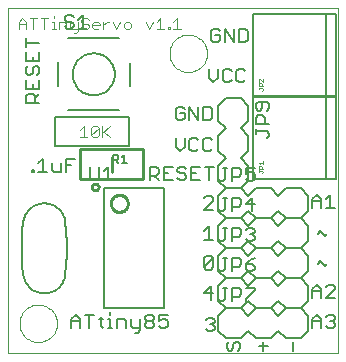
<source format=gto>
G75*
G70*
%OFA0B0*%
%FSLAX24Y24*%
%IPPOS*%
%LPD*%
%AMOC8*
5,1,8,0,0,1.08239X$1,22.5*
%
%ADD10C,0.0000*%
%ADD11C,0.0040*%
%ADD12C,0.0050*%
%ADD13C,0.0100*%
%ADD14C,0.0080*%
%ADD15C,0.0010*%
D10*
X000150Y000841D02*
X000150Y012341D01*
X011150Y012341D01*
X011150Y000841D01*
X000150Y000841D01*
X000525Y001841D02*
X000527Y001891D01*
X000533Y001940D01*
X000543Y001989D01*
X000556Y002036D01*
X000574Y002083D01*
X000595Y002128D01*
X000619Y002171D01*
X000647Y002212D01*
X000678Y002251D01*
X000712Y002287D01*
X000749Y002321D01*
X000789Y002351D01*
X000830Y002378D01*
X000874Y002402D01*
X000919Y002422D01*
X000966Y002438D01*
X001014Y002451D01*
X001063Y002460D01*
X001113Y002465D01*
X001162Y002466D01*
X001212Y002463D01*
X001261Y002456D01*
X001310Y002445D01*
X001357Y002431D01*
X001403Y002412D01*
X001448Y002390D01*
X001491Y002365D01*
X001531Y002336D01*
X001569Y002304D01*
X001605Y002270D01*
X001638Y002232D01*
X001667Y002192D01*
X001693Y002150D01*
X001716Y002106D01*
X001735Y002060D01*
X001751Y002013D01*
X001763Y001964D01*
X001771Y001915D01*
X001775Y001866D01*
X001775Y001816D01*
X001771Y001767D01*
X001763Y001718D01*
X001751Y001669D01*
X001735Y001622D01*
X001716Y001576D01*
X001693Y001532D01*
X001667Y001490D01*
X001638Y001450D01*
X001605Y001412D01*
X001569Y001378D01*
X001531Y001346D01*
X001491Y001317D01*
X001448Y001292D01*
X001403Y001270D01*
X001357Y001251D01*
X001310Y001237D01*
X001261Y001226D01*
X001212Y001219D01*
X001162Y001216D01*
X001113Y001217D01*
X001063Y001222D01*
X001014Y001231D01*
X000966Y001244D01*
X000919Y001260D01*
X000874Y001280D01*
X000830Y001304D01*
X000789Y001331D01*
X000749Y001361D01*
X000712Y001395D01*
X000678Y001431D01*
X000647Y001470D01*
X000619Y001511D01*
X000595Y001554D01*
X000574Y001599D01*
X000556Y001646D01*
X000543Y001693D01*
X000533Y001742D01*
X000527Y001791D01*
X000525Y001841D01*
X005525Y010841D02*
X005527Y010891D01*
X005533Y010940D01*
X005543Y010989D01*
X005556Y011036D01*
X005574Y011083D01*
X005595Y011128D01*
X005619Y011171D01*
X005647Y011212D01*
X005678Y011251D01*
X005712Y011287D01*
X005749Y011321D01*
X005789Y011351D01*
X005830Y011378D01*
X005874Y011402D01*
X005919Y011422D01*
X005966Y011438D01*
X006014Y011451D01*
X006063Y011460D01*
X006113Y011465D01*
X006162Y011466D01*
X006212Y011463D01*
X006261Y011456D01*
X006310Y011445D01*
X006357Y011431D01*
X006403Y011412D01*
X006448Y011390D01*
X006491Y011365D01*
X006531Y011336D01*
X006569Y011304D01*
X006605Y011270D01*
X006638Y011232D01*
X006667Y011192D01*
X006693Y011150D01*
X006716Y011106D01*
X006735Y011060D01*
X006751Y011013D01*
X006763Y010964D01*
X006771Y010915D01*
X006775Y010866D01*
X006775Y010816D01*
X006771Y010767D01*
X006763Y010718D01*
X006751Y010669D01*
X006735Y010622D01*
X006716Y010576D01*
X006693Y010532D01*
X006667Y010490D01*
X006638Y010450D01*
X006605Y010412D01*
X006569Y010378D01*
X006531Y010346D01*
X006491Y010317D01*
X006448Y010292D01*
X006403Y010270D01*
X006357Y010251D01*
X006310Y010237D01*
X006261Y010226D01*
X006212Y010219D01*
X006162Y010216D01*
X006113Y010217D01*
X006063Y010222D01*
X006014Y010231D01*
X005966Y010244D01*
X005919Y010260D01*
X005874Y010280D01*
X005830Y010304D01*
X005789Y010331D01*
X005749Y010361D01*
X005712Y010395D01*
X005678Y010431D01*
X005647Y010470D01*
X005619Y010511D01*
X005595Y010554D01*
X005574Y010599D01*
X005556Y010646D01*
X005543Y010693D01*
X005533Y010742D01*
X005527Y010791D01*
X005525Y010841D01*
D11*
X005532Y011651D02*
X005472Y011651D01*
X005472Y011711D01*
X005532Y011711D01*
X005532Y011651D01*
X005656Y011651D02*
X005897Y011651D01*
X005777Y011651D02*
X005777Y012011D01*
X005656Y011891D01*
X005344Y011651D02*
X005104Y011651D01*
X005224Y011651D02*
X005224Y012011D01*
X005104Y011891D01*
X004976Y011891D02*
X004856Y011651D01*
X004736Y011891D01*
X004239Y011831D02*
X004239Y011711D01*
X004179Y011651D01*
X004059Y011651D01*
X003999Y011711D01*
X003999Y011831D01*
X004059Y011891D01*
X004179Y011891D01*
X004239Y011831D01*
X003871Y011891D02*
X003751Y011651D01*
X003631Y011891D01*
X003504Y011891D02*
X003444Y011891D01*
X003324Y011771D01*
X003324Y011651D02*
X003324Y011891D01*
X003196Y011831D02*
X003196Y011771D01*
X002955Y011771D01*
X002955Y011831D02*
X003015Y011891D01*
X003136Y011891D01*
X003196Y011831D01*
X003136Y011651D02*
X003015Y011651D01*
X002955Y011711D01*
X002955Y011831D01*
X002827Y011771D02*
X002827Y011711D01*
X002767Y011651D01*
X002647Y011651D01*
X002587Y011711D01*
X002647Y011831D02*
X002767Y011831D01*
X002827Y011771D01*
X002827Y011951D02*
X002767Y012011D01*
X002647Y012011D01*
X002587Y011951D01*
X002587Y011891D01*
X002647Y011831D01*
X002459Y011891D02*
X002459Y011591D01*
X002399Y011530D01*
X002339Y011530D01*
X002279Y011651D02*
X002459Y011651D01*
X002279Y011651D02*
X002219Y011711D01*
X002219Y011891D01*
X002091Y011831D02*
X002091Y011651D01*
X002091Y011831D02*
X002031Y011891D01*
X001850Y011891D01*
X001850Y011651D01*
X001725Y011651D02*
X001605Y011651D01*
X001665Y011651D02*
X001665Y011891D01*
X001605Y011891D01*
X001665Y012011D02*
X001665Y012071D01*
X001477Y012011D02*
X001237Y012011D01*
X001357Y012011D02*
X001357Y011651D01*
X000988Y011651D02*
X000988Y012011D01*
X000868Y012011D02*
X001109Y012011D01*
X000740Y011891D02*
X000740Y011651D01*
X000740Y011831D02*
X000500Y011831D01*
X000500Y011891D02*
X000500Y011651D01*
X000500Y011891D02*
X000620Y012011D01*
X000740Y011891D01*
X002670Y008411D02*
X002670Y008051D01*
X002550Y008051D02*
X002790Y008051D01*
X002918Y008111D02*
X003159Y008351D01*
X003159Y008111D01*
X003098Y008051D01*
X002978Y008051D01*
X002918Y008111D01*
X002918Y008351D01*
X002978Y008411D01*
X003098Y008411D01*
X003159Y008351D01*
X003287Y008411D02*
X003287Y008051D01*
X003287Y008171D02*
X003527Y008411D01*
X003347Y008231D02*
X003527Y008051D01*
X002670Y008411D02*
X002550Y008291D01*
D12*
X002376Y007336D02*
X002076Y007336D01*
X002076Y006886D01*
X002076Y007111D02*
X002226Y007111D01*
X001916Y007186D02*
X001916Y006886D01*
X001691Y006886D01*
X001616Y006961D01*
X001616Y007186D01*
X001455Y006886D02*
X001155Y006886D01*
X001305Y006886D02*
X001305Y007336D01*
X001155Y007186D01*
X001000Y006961D02*
X001000Y006886D01*
X000925Y006886D01*
X000925Y006961D01*
X001000Y006961D01*
X002875Y007066D02*
X002875Y006691D01*
X002950Y006616D01*
X003100Y006616D01*
X003175Y006691D01*
X003175Y007066D01*
X003335Y006916D02*
X003486Y007066D01*
X003486Y006616D01*
X003636Y006616D02*
X003335Y006616D01*
X003636Y007196D02*
X003636Y007466D01*
X003771Y007466D01*
X003816Y007421D01*
X003816Y007331D01*
X003771Y007286D01*
X003636Y007286D01*
X003726Y007286D02*
X003816Y007196D01*
X003930Y007196D02*
X004111Y007196D01*
X004020Y007196D02*
X004020Y007466D01*
X003930Y007376D01*
X004865Y007066D02*
X004865Y006616D01*
X004865Y006766D02*
X005090Y006766D01*
X005165Y006841D01*
X005165Y006991D01*
X005090Y007066D01*
X004865Y007066D01*
X005015Y006766D02*
X005165Y006616D01*
X005325Y006616D02*
X005626Y006616D01*
X005786Y006691D02*
X005861Y006616D01*
X006011Y006616D01*
X006086Y006691D01*
X006086Y006766D01*
X006011Y006841D01*
X005861Y006841D01*
X005786Y006916D01*
X005786Y006991D01*
X005861Y007066D01*
X006011Y007066D01*
X006086Y006991D01*
X006246Y007066D02*
X006246Y006616D01*
X006546Y006616D01*
X006396Y006841D02*
X006246Y006841D01*
X006246Y007066D02*
X006546Y007066D01*
X006707Y007066D02*
X007007Y007066D01*
X006857Y007066D02*
X006857Y006616D01*
X007145Y006661D02*
X007220Y006586D01*
X007295Y006586D01*
X007370Y006661D01*
X007370Y007036D01*
X007295Y007036D02*
X007445Y007036D01*
X007605Y007036D02*
X007831Y007036D01*
X007906Y006961D01*
X007906Y006811D01*
X007831Y006736D01*
X007605Y006736D01*
X007605Y006586D02*
X007605Y007036D01*
X008066Y007036D02*
X008066Y006811D01*
X008216Y006886D01*
X008291Y006886D01*
X008366Y006811D01*
X008366Y006661D01*
X008291Y006586D01*
X008141Y006586D01*
X008066Y006661D01*
X008066Y007036D02*
X008366Y007036D01*
X008291Y006036D02*
X008066Y005811D01*
X008366Y005811D01*
X008291Y005586D02*
X008291Y006036D01*
X007906Y005961D02*
X007906Y005811D01*
X007831Y005736D01*
X007605Y005736D01*
X007605Y005586D02*
X007605Y006036D01*
X007831Y006036D01*
X007906Y005961D01*
X007445Y006036D02*
X007295Y006036D01*
X007370Y006036D02*
X007370Y005661D01*
X007295Y005586D01*
X007220Y005586D01*
X007145Y005661D01*
X006975Y005636D02*
X006675Y005636D01*
X006975Y005936D01*
X006975Y006011D01*
X006900Y006086D01*
X006750Y006086D01*
X006675Y006011D01*
X006825Y005086D02*
X006825Y004636D01*
X006675Y004636D02*
X006975Y004636D01*
X007145Y004661D02*
X007220Y004586D01*
X007295Y004586D01*
X007370Y004661D01*
X007370Y005036D01*
X007295Y005036D02*
X007445Y005036D01*
X007605Y005036D02*
X007831Y005036D01*
X007906Y004961D01*
X007906Y004811D01*
X007831Y004736D01*
X007605Y004736D01*
X007605Y004586D02*
X007605Y005036D01*
X008066Y004961D02*
X008141Y005036D01*
X008291Y005036D01*
X008366Y004961D01*
X008366Y004886D01*
X008291Y004811D01*
X008366Y004736D01*
X008366Y004661D01*
X008291Y004586D01*
X008141Y004586D01*
X008066Y004661D01*
X008216Y004811D02*
X008291Y004811D01*
X008366Y004036D02*
X008216Y003961D01*
X008066Y003811D01*
X008291Y003811D01*
X008366Y003736D01*
X008366Y003661D01*
X008291Y003586D01*
X008141Y003586D01*
X008066Y003661D01*
X008066Y003811D01*
X007906Y003811D02*
X007906Y003961D01*
X007831Y004036D01*
X007605Y004036D01*
X007605Y003586D01*
X007605Y003736D02*
X007831Y003736D01*
X007906Y003811D01*
X007445Y004036D02*
X007295Y004036D01*
X007370Y004036D02*
X007370Y003661D01*
X007295Y003586D01*
X007220Y003586D01*
X007145Y003661D01*
X006975Y003711D02*
X006900Y003636D01*
X006750Y003636D01*
X006675Y003711D01*
X006975Y004011D01*
X006975Y003711D01*
X006675Y003711D02*
X006675Y004011D01*
X006750Y004086D01*
X006900Y004086D01*
X006975Y004011D01*
X006675Y004936D02*
X006825Y005086D01*
X005325Y006616D02*
X005325Y007066D01*
X005626Y007066D01*
X005476Y006841D02*
X005325Y006841D01*
X005875Y007586D02*
X006025Y007736D01*
X006025Y008036D01*
X006185Y007961D02*
X006185Y007661D01*
X006260Y007586D01*
X006411Y007586D01*
X006486Y007661D01*
X006646Y007661D02*
X006646Y007961D01*
X006721Y008036D01*
X006871Y008036D01*
X006946Y007961D01*
X006946Y007661D02*
X006871Y007586D01*
X006721Y007586D01*
X006646Y007661D01*
X006486Y007961D02*
X006411Y008036D01*
X006260Y008036D01*
X006185Y007961D01*
X005875Y007586D02*
X005725Y007736D01*
X005725Y008036D01*
X005800Y008616D02*
X005950Y008616D01*
X006025Y008691D01*
X006025Y008841D01*
X005875Y008841D01*
X005725Y008991D02*
X005725Y008691D01*
X005800Y008616D01*
X005725Y008991D02*
X005800Y009066D01*
X005950Y009066D01*
X006025Y008991D01*
X006185Y009066D02*
X006486Y008616D01*
X006486Y009066D01*
X006646Y009066D02*
X006871Y009066D01*
X006946Y008991D01*
X006946Y008691D01*
X006871Y008616D01*
X006646Y008616D01*
X006646Y009066D01*
X006185Y009066D02*
X006185Y008616D01*
X006985Y009876D02*
X007135Y010026D01*
X007135Y010326D01*
X007295Y010251D02*
X007295Y009951D01*
X007370Y009876D01*
X007521Y009876D01*
X007596Y009951D01*
X007756Y009951D02*
X007831Y009876D01*
X007981Y009876D01*
X008056Y009951D01*
X008056Y010251D02*
X007981Y010326D01*
X007831Y010326D01*
X007756Y010251D01*
X007756Y009951D01*
X007596Y010251D02*
X007521Y010326D01*
X007370Y010326D01*
X007295Y010251D01*
X006985Y009876D02*
X006835Y010026D01*
X006835Y010326D01*
X006980Y011216D02*
X007130Y011216D01*
X007205Y011291D01*
X007205Y011441D01*
X007055Y011441D01*
X006905Y011591D02*
X006905Y011291D01*
X006980Y011216D01*
X006905Y011591D02*
X006980Y011666D01*
X007130Y011666D01*
X007205Y011591D01*
X007365Y011666D02*
X007666Y011216D01*
X007666Y011666D01*
X007826Y011666D02*
X008051Y011666D01*
X008126Y011591D01*
X008126Y011291D01*
X008051Y011216D01*
X007826Y011216D01*
X007826Y011666D01*
X007365Y011666D02*
X007365Y011216D01*
X008470Y009235D02*
X008395Y009160D01*
X008395Y009010D01*
X008470Y008935D01*
X008545Y008935D01*
X008620Y009010D01*
X008620Y009235D01*
X008770Y009235D02*
X008470Y009235D01*
X008770Y009235D02*
X008845Y009160D01*
X008845Y009010D01*
X008770Y008935D01*
X008620Y008775D02*
X008695Y008700D01*
X008695Y008475D01*
X008845Y008475D02*
X008395Y008475D01*
X008395Y008700D01*
X008470Y008775D01*
X008620Y008775D01*
X008395Y008315D02*
X008395Y008165D01*
X008395Y008240D02*
X008770Y008240D01*
X008845Y008165D01*
X008845Y008089D01*
X008770Y008014D01*
X010425Y006136D02*
X010575Y005986D01*
X010575Y005686D01*
X010735Y005686D02*
X011036Y005686D01*
X010886Y005686D02*
X010886Y006136D01*
X010735Y005986D01*
X010575Y005911D02*
X010275Y005911D01*
X010275Y005986D02*
X010425Y006136D01*
X010275Y005986D02*
X010275Y005686D01*
X010550Y004911D02*
X010700Y004761D01*
X010775Y004836D01*
X010550Y004911D02*
X010475Y004836D01*
X010550Y003911D02*
X010700Y003761D01*
X010775Y003836D01*
X010550Y003911D02*
X010475Y003836D01*
X010425Y003136D02*
X010575Y002986D01*
X010575Y002686D01*
X010735Y002686D02*
X011036Y002986D01*
X011036Y003061D01*
X010961Y003136D01*
X010810Y003136D01*
X010735Y003061D01*
X010575Y002911D02*
X010275Y002911D01*
X010275Y002986D02*
X010425Y003136D01*
X010275Y002986D02*
X010275Y002686D01*
X010735Y002686D02*
X011036Y002686D01*
X010961Y002136D02*
X010810Y002136D01*
X010735Y002061D01*
X010575Y001986D02*
X010575Y001686D01*
X010735Y001761D02*
X010810Y001686D01*
X010961Y001686D01*
X011036Y001761D01*
X011036Y001836D01*
X010961Y001911D01*
X010886Y001911D01*
X010961Y001911D02*
X011036Y001986D01*
X011036Y002061D01*
X010961Y002136D01*
X010575Y001986D02*
X010425Y002136D01*
X010275Y001986D01*
X010275Y001686D01*
X010275Y001911D02*
X010575Y001911D01*
X009650Y001236D02*
X009650Y000936D01*
X008800Y001086D02*
X008500Y001086D01*
X008650Y000936D02*
X008650Y001236D01*
X007875Y001161D02*
X007875Y001011D01*
X007800Y000936D01*
X007650Y001011D02*
X007650Y001161D01*
X007725Y001236D01*
X007800Y001236D01*
X007875Y001161D01*
X007650Y001011D02*
X007575Y000936D01*
X007500Y000936D01*
X007425Y001011D01*
X007425Y001161D01*
X007500Y001236D01*
X007025Y001661D02*
X006950Y001586D01*
X006800Y001586D01*
X006725Y001661D01*
X006875Y001811D02*
X006950Y001811D01*
X007025Y001736D01*
X007025Y001661D01*
X006950Y001811D02*
X007025Y001886D01*
X007025Y001961D01*
X006950Y002036D01*
X006800Y002036D01*
X006725Y001961D01*
X007220Y002586D02*
X007295Y002586D01*
X007370Y002661D01*
X007370Y003036D01*
X007295Y003036D02*
X007445Y003036D01*
X007605Y003036D02*
X007831Y003036D01*
X007906Y002961D01*
X007906Y002811D01*
X007831Y002736D01*
X007605Y002736D01*
X007605Y002586D02*
X007605Y003036D01*
X008066Y003036D02*
X008366Y003036D01*
X008366Y002961D01*
X008066Y002661D01*
X008066Y002586D01*
X007220Y002586D02*
X007145Y002661D01*
X006900Y002636D02*
X006900Y003086D01*
X006675Y002861D01*
X006975Y002861D01*
X005461Y002136D02*
X005161Y002136D01*
X005161Y001911D01*
X005311Y001986D01*
X005386Y001986D01*
X005461Y001911D01*
X005461Y001761D01*
X005386Y001686D01*
X005236Y001686D01*
X005161Y001761D01*
X005001Y001761D02*
X004926Y001686D01*
X004775Y001686D01*
X004700Y001761D01*
X004700Y001836D01*
X004775Y001911D01*
X004926Y001911D01*
X005001Y001836D01*
X005001Y001761D01*
X004926Y001911D02*
X005001Y001986D01*
X005001Y002061D01*
X004926Y002136D01*
X004775Y002136D01*
X004700Y002061D01*
X004700Y001986D01*
X004775Y001911D01*
X004540Y001986D02*
X004540Y001610D01*
X004465Y001535D01*
X004390Y001535D01*
X004315Y001686D02*
X004540Y001686D01*
X004315Y001686D02*
X004240Y001761D01*
X004240Y001986D01*
X004080Y001911D02*
X004080Y001686D01*
X004080Y001911D02*
X004005Y001986D01*
X003780Y001986D01*
X003780Y001686D01*
X003623Y001686D02*
X003473Y001686D01*
X003548Y001686D02*
X003548Y001986D01*
X003473Y001986D01*
X003316Y001986D02*
X003166Y001986D01*
X003241Y002061D02*
X003241Y001761D01*
X003316Y001686D01*
X002856Y001686D02*
X002856Y002136D01*
X003006Y002136D02*
X002705Y002136D01*
X002545Y001986D02*
X002545Y001686D01*
X002545Y001911D02*
X002245Y001911D01*
X002245Y001986D02*
X002395Y002136D01*
X002545Y001986D01*
X002245Y001986D02*
X002245Y001686D01*
X003548Y002136D02*
X003548Y002211D01*
X001185Y009196D02*
X000735Y009196D01*
X000735Y009421D01*
X000810Y009496D01*
X000960Y009496D01*
X001035Y009421D01*
X001035Y009196D01*
X001035Y009346D02*
X001185Y009496D01*
X001185Y009656D02*
X001185Y009956D01*
X001110Y010116D02*
X001185Y010191D01*
X001185Y010342D01*
X001110Y010417D01*
X001035Y010417D01*
X000960Y010342D01*
X000960Y010191D01*
X000885Y010116D01*
X000810Y010116D01*
X000735Y010191D01*
X000735Y010342D01*
X000810Y010417D01*
X000735Y010577D02*
X001185Y010577D01*
X001185Y010877D01*
X000960Y010727D02*
X000960Y010577D01*
X000735Y010577D02*
X000735Y010877D01*
X000735Y011037D02*
X000735Y011337D01*
X000735Y011187D02*
X001185Y011187D01*
X002025Y011741D02*
X002100Y011666D01*
X002250Y011666D01*
X002325Y011741D01*
X002325Y011816D01*
X002250Y011891D01*
X002100Y011891D01*
X002025Y011966D01*
X002025Y012041D01*
X002100Y012116D01*
X002250Y012116D01*
X002325Y012041D01*
X002485Y011966D02*
X002636Y012116D01*
X002636Y011666D01*
X002786Y011666D02*
X002485Y011666D01*
X000960Y009806D02*
X000960Y009656D01*
X000735Y009656D02*
X001185Y009656D01*
X000735Y009656D02*
X000735Y009956D01*
D13*
X002550Y007641D02*
X002550Y006641D01*
X004650Y006641D01*
X004650Y007641D01*
X002550Y007641D01*
X003600Y007391D02*
X003600Y006891D01*
X002938Y006391D02*
X002940Y006412D01*
X002946Y006431D01*
X002955Y006450D01*
X002967Y006466D01*
X002983Y006480D01*
X003000Y006491D01*
X003019Y006499D01*
X003040Y006503D01*
X003060Y006503D01*
X003081Y006499D01*
X003100Y006491D01*
X003117Y006480D01*
X003133Y006466D01*
X003145Y006450D01*
X003154Y006431D01*
X003160Y006412D01*
X003162Y006391D01*
X003160Y006370D01*
X003154Y006351D01*
X003145Y006332D01*
X003133Y006316D01*
X003117Y006302D01*
X003100Y006291D01*
X003081Y006283D01*
X003060Y006279D01*
X003040Y006279D01*
X003019Y006283D01*
X003000Y006291D01*
X002983Y006302D01*
X002967Y006316D01*
X002955Y006332D01*
X002946Y006351D01*
X002940Y006370D01*
X002938Y006391D01*
X003567Y005841D02*
X003569Y005874D01*
X003575Y005907D01*
X003585Y005940D01*
X003598Y005970D01*
X003615Y005999D01*
X003636Y006026D01*
X003659Y006050D01*
X003685Y006071D01*
X003713Y006089D01*
X003744Y006103D01*
X003775Y006114D01*
X003808Y006121D01*
X003842Y006124D01*
X003875Y006123D01*
X003908Y006118D01*
X003941Y006109D01*
X003972Y006096D01*
X004001Y006080D01*
X004028Y006061D01*
X004053Y006038D01*
X004075Y006013D01*
X004094Y005985D01*
X004109Y005955D01*
X004121Y005924D01*
X004129Y005891D01*
X004133Y005858D01*
X004133Y005824D01*
X004129Y005791D01*
X004121Y005758D01*
X004109Y005727D01*
X004094Y005697D01*
X004075Y005669D01*
X004053Y005644D01*
X004028Y005621D01*
X004001Y005602D01*
X003972Y005586D01*
X003941Y005573D01*
X003908Y005564D01*
X003875Y005559D01*
X003842Y005558D01*
X003808Y005561D01*
X003775Y005568D01*
X003744Y005579D01*
X003713Y005593D01*
X003685Y005611D01*
X003659Y005632D01*
X003636Y005656D01*
X003615Y005683D01*
X003598Y005712D01*
X003585Y005742D01*
X003575Y005775D01*
X003569Y005808D01*
X003567Y005841D01*
D14*
X003750Y006341D02*
X003350Y006341D01*
X003350Y002341D01*
X005350Y002341D01*
X005350Y006341D01*
X003750Y006341D01*
X003950Y006341D01*
X004190Y007768D02*
X001710Y007768D01*
X001710Y008713D01*
X004190Y008713D01*
X004190Y007768D01*
X003850Y008941D02*
X002150Y008941D01*
X001800Y009741D02*
X001800Y010545D01*
X002150Y011341D02*
X003850Y011341D01*
X004200Y010533D02*
X004200Y009741D01*
X002300Y010141D02*
X002302Y010193D01*
X002308Y010245D01*
X002318Y010297D01*
X002331Y010347D01*
X002348Y010397D01*
X002369Y010445D01*
X002394Y010491D01*
X002422Y010535D01*
X002453Y010577D01*
X002487Y010617D01*
X002524Y010654D01*
X002564Y010688D01*
X002606Y010719D01*
X002650Y010747D01*
X002696Y010772D01*
X002744Y010793D01*
X002794Y010810D01*
X002844Y010823D01*
X002896Y010833D01*
X002948Y010839D01*
X003000Y010841D01*
X003052Y010839D01*
X003104Y010833D01*
X003156Y010823D01*
X003206Y010810D01*
X003256Y010793D01*
X003304Y010772D01*
X003350Y010747D01*
X003394Y010719D01*
X003436Y010688D01*
X003476Y010654D01*
X003513Y010617D01*
X003547Y010577D01*
X003578Y010535D01*
X003606Y010491D01*
X003631Y010445D01*
X003652Y010397D01*
X003669Y010347D01*
X003682Y010297D01*
X003692Y010245D01*
X003698Y010193D01*
X003700Y010141D01*
X003698Y010089D01*
X003692Y010037D01*
X003682Y009985D01*
X003669Y009935D01*
X003652Y009885D01*
X003631Y009837D01*
X003606Y009791D01*
X003578Y009747D01*
X003547Y009705D01*
X003513Y009665D01*
X003476Y009628D01*
X003436Y009594D01*
X003394Y009563D01*
X003350Y009535D01*
X003304Y009510D01*
X003256Y009489D01*
X003206Y009472D01*
X003156Y009459D01*
X003104Y009449D01*
X003052Y009443D01*
X003000Y009441D01*
X002948Y009443D01*
X002896Y009449D01*
X002844Y009459D01*
X002794Y009472D01*
X002744Y009489D01*
X002696Y009510D01*
X002650Y009535D01*
X002606Y009563D01*
X002564Y009594D01*
X002524Y009628D01*
X002487Y009665D01*
X002453Y009705D01*
X002422Y009747D01*
X002394Y009791D01*
X002369Y009837D01*
X002348Y009885D01*
X002331Y009935D01*
X002318Y009985D01*
X002308Y010037D01*
X002302Y010089D01*
X002300Y010141D01*
X002050Y005240D02*
X002040Y005292D01*
X002026Y005343D01*
X002008Y005393D01*
X001987Y005441D01*
X001962Y005488D01*
X001934Y005532D01*
X001902Y005575D01*
X001868Y005615D01*
X001830Y005652D01*
X001790Y005686D01*
X001748Y005718D01*
X001703Y005746D01*
X001656Y005770D01*
X001608Y005791D01*
X001558Y005809D01*
X001507Y005822D01*
X001455Y005832D01*
X001403Y005838D01*
X001350Y005840D01*
X001297Y005838D01*
X001245Y005832D01*
X001193Y005822D01*
X001142Y005809D01*
X001092Y005791D01*
X001044Y005770D01*
X000997Y005746D01*
X000952Y005718D01*
X000910Y005686D01*
X000870Y005652D01*
X000832Y005615D01*
X000798Y005575D01*
X000766Y005532D01*
X000738Y005488D01*
X000713Y005441D01*
X000692Y005393D01*
X000674Y005343D01*
X000660Y005292D01*
X000650Y005240D01*
X002050Y005241D02*
X002082Y004882D01*
X002098Y004521D01*
X002098Y004161D01*
X002082Y003800D01*
X002050Y003441D01*
X002040Y003389D01*
X002026Y003338D01*
X002008Y003288D01*
X001987Y003240D01*
X001962Y003193D01*
X001934Y003149D01*
X001902Y003106D01*
X001868Y003066D01*
X001830Y003029D01*
X001790Y002995D01*
X001748Y002963D01*
X001703Y002935D01*
X001656Y002911D01*
X001608Y002890D01*
X001558Y002872D01*
X001507Y002859D01*
X001455Y002849D01*
X001403Y002843D01*
X001350Y002841D01*
X001297Y002843D01*
X001245Y002849D01*
X001193Y002859D01*
X001142Y002872D01*
X001092Y002890D01*
X001044Y002911D01*
X000997Y002935D01*
X000952Y002963D01*
X000910Y002995D01*
X000870Y003029D01*
X000832Y003066D01*
X000798Y003106D01*
X000766Y003149D01*
X000738Y003193D01*
X000713Y003240D01*
X000692Y003288D01*
X000674Y003338D01*
X000660Y003389D01*
X000650Y003441D01*
X007150Y003591D02*
X007400Y003341D01*
X007150Y003091D01*
X007150Y002591D01*
X007400Y002341D01*
X007150Y002091D01*
X007150Y001591D01*
X007400Y001341D01*
X007900Y001341D01*
X008150Y001591D01*
X008400Y001341D01*
X008900Y001341D01*
X009150Y001591D01*
X009400Y001341D01*
X009900Y001341D01*
X010150Y001591D01*
X010150Y002091D01*
X009900Y002341D01*
X009400Y002341D01*
X009150Y002091D01*
X008900Y002341D01*
X008400Y002341D01*
X008150Y002091D01*
X007900Y002341D01*
X007400Y002341D01*
X007900Y002341D01*
X008150Y002591D01*
X008400Y002341D01*
X008900Y002341D01*
X009150Y002591D01*
X009400Y002341D01*
X009900Y002341D01*
X010150Y002591D01*
X010150Y003091D01*
X009900Y003341D01*
X009400Y003341D01*
X009150Y003091D01*
X008900Y003341D01*
X008400Y003341D01*
X008150Y003091D01*
X007900Y003341D01*
X007400Y003341D01*
X007900Y003341D01*
X008150Y003591D01*
X008400Y003341D01*
X008900Y003341D01*
X009150Y003591D01*
X009400Y003341D01*
X009900Y003341D01*
X010150Y003591D01*
X010150Y004091D01*
X009900Y004341D01*
X009400Y004341D01*
X009150Y004591D01*
X008900Y004341D01*
X008400Y004341D01*
X008150Y004591D01*
X007900Y004341D01*
X007400Y004341D01*
X007150Y004591D01*
X007150Y005091D01*
X007400Y005341D01*
X007900Y005341D01*
X008150Y005591D01*
X008400Y005341D01*
X008900Y005341D01*
X009150Y005591D01*
X009400Y005341D01*
X009900Y005341D01*
X010150Y005591D01*
X010150Y006091D01*
X009900Y006341D01*
X009400Y006341D01*
X009150Y006091D01*
X008900Y006341D01*
X008400Y006341D01*
X008150Y006091D01*
X007900Y006341D01*
X007400Y006341D01*
X007150Y006591D01*
X007150Y007091D01*
X007400Y007341D01*
X007150Y007591D01*
X007150Y008091D01*
X007400Y008341D01*
X007150Y008591D01*
X007150Y009091D01*
X007400Y009341D01*
X007900Y009341D01*
X008150Y009091D01*
X008150Y008591D01*
X007900Y008341D01*
X008150Y008091D01*
X008150Y007591D01*
X007900Y007341D01*
X008150Y007091D01*
X008150Y006591D01*
X007900Y006341D01*
X007400Y006341D01*
X007150Y006091D01*
X007150Y005591D01*
X007400Y005341D01*
X007900Y005341D01*
X008150Y005091D01*
X008400Y005341D01*
X008900Y005341D01*
X009150Y005091D01*
X009400Y005341D01*
X009900Y005341D01*
X010150Y005091D01*
X010150Y004591D01*
X009900Y004341D01*
X009400Y004341D01*
X009150Y004091D01*
X008900Y004341D01*
X008400Y004341D01*
X008150Y004091D01*
X007900Y004341D01*
X007400Y004341D01*
X007150Y004091D01*
X007150Y003591D01*
X000650Y003441D02*
X000618Y003800D01*
X000602Y004161D01*
X000602Y004521D01*
X000618Y004882D01*
X000650Y005241D01*
X008311Y006652D02*
X010752Y006652D01*
X010752Y009407D01*
X011067Y009407D01*
X011067Y006652D01*
X010752Y006652D01*
X008311Y006652D02*
X008311Y009407D01*
X010752Y009407D01*
X010752Y009402D02*
X010752Y012157D01*
X011067Y012157D01*
X011067Y009402D01*
X010752Y009402D01*
X008311Y009402D01*
X008311Y012157D01*
X010752Y012157D01*
D15*
X008645Y009990D02*
X008645Y009890D01*
X008545Y009990D01*
X008520Y009990D01*
X008495Y009965D01*
X008495Y009915D01*
X008520Y009890D01*
X008520Y009843D02*
X008570Y009843D01*
X008595Y009818D01*
X008595Y009743D01*
X008645Y009743D02*
X008495Y009743D01*
X008495Y009818D01*
X008520Y009843D01*
X008495Y009696D02*
X008495Y009646D01*
X008495Y009671D02*
X008620Y009671D01*
X008645Y009646D01*
X008645Y009621D01*
X008620Y009596D01*
X008645Y007240D02*
X008645Y007140D01*
X008645Y007190D02*
X008495Y007190D01*
X008545Y007140D01*
X008570Y007093D02*
X008595Y007068D01*
X008595Y006993D01*
X008645Y006993D02*
X008495Y006993D01*
X008495Y007068D01*
X008520Y007093D01*
X008570Y007093D01*
X008495Y006946D02*
X008495Y006896D01*
X008495Y006921D02*
X008620Y006921D01*
X008645Y006896D01*
X008645Y006871D01*
X008620Y006846D01*
M02*

</source>
